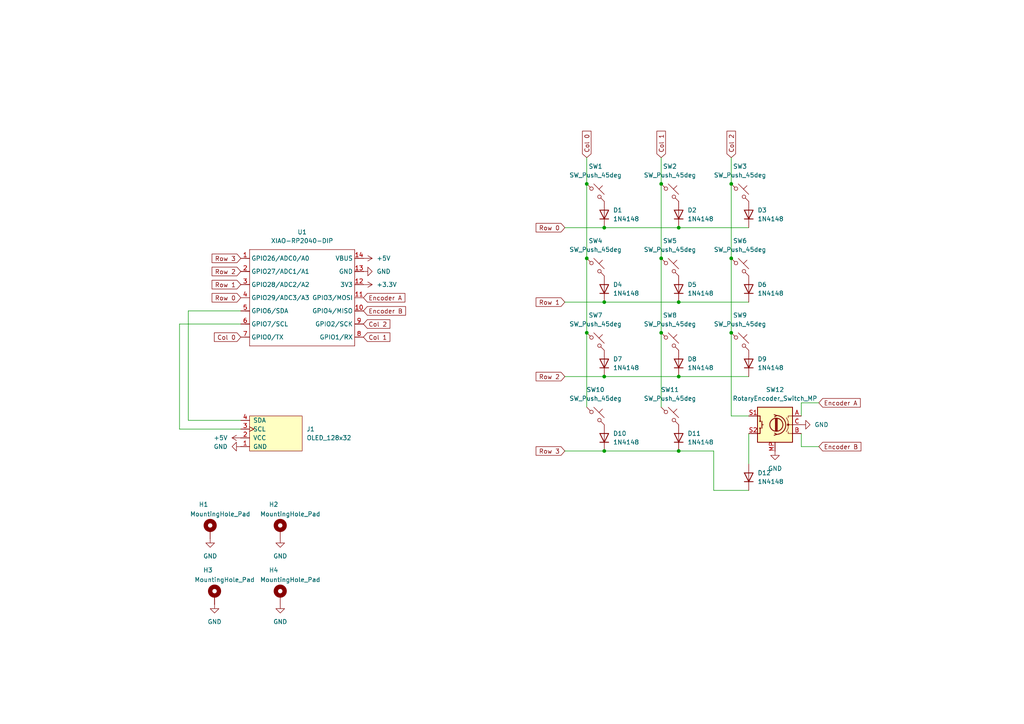
<source format=kicad_sch>
(kicad_sch (version 20250114) (generator "eeschema") (generator_version "9.0")
  (paper "A4")
  (lib_symbols
    (symbol "Device:RotaryEncoder_Switch_MP" (pin_names (offset 0.254) (hide yes))
      (property "Reference" "SW" (at 0 8.89 0))
      (property "Value" "RotaryEncoder_Switch_MP" (at 0 6.35 0))
      (symbol "RotaryEncoder_Switch_MP_0_1"
        (rectangle (start -5.08 5.08) (end 5.08 -5.08) (stroke (width 0.254)) (fill (type background)))
        (polyline (pts (xy -5.08 2.54) (xy -3.81 2.54) (xy -3.81 2.032)))
        (polyline (pts (xy -5.08 0) (xy -3.81 0) (xy -3.81 -1.016) (xy -3.302 -2.032)))
        (polyline (pts (xy -5.08 -2.54) (xy -3.81 -2.54) (xy -3.81 -2.032)))
        (polyline (pts (xy -4.318 0) (xy -3.81 0) (xy -3.81 1.016) (xy -3.302 2.032)))
        (circle (center -3.81 0) (radius 0.254) (fill (type outline)))
        (polyline (pts (xy -0.635 -1.778) (xy -0.635 1.778)) (stroke (width 0.254)))
        (circle (center -0.381 0) (radius 1.905) (stroke (width 0.254)))
        (polyline (pts (xy -0.381 -1.778) (xy -0.381 1.778)) (stroke (width 0.254)))
        (arc (start -0.381 -2.794) (mid -3.0988 -0.0635) (end -0.381 2.667) (stroke (width 0.254)))
        (polyline (pts (xy -0.127 1.778) (xy -0.127 -1.778)) (stroke (width 0.254)))
        (polyline (pts (xy 0.254 2.921) (xy -0.508 2.667) (xy 0.127 2.286)) (stroke (width 0.254)))
        (polyline (pts (xy 0.254 -3.048) (xy -0.508 -2.794) (xy 0.127 -2.413)) (stroke (width 0.254)))
        (polyline (pts (xy 3.81 1.016) (xy 3.81 -1.016)) (stroke (width 0.254)))
        (polyline (pts (xy 3.81 0) (xy 3.429 0)) (stroke (width 0.254)))
        (circle (center 4.318 1.016) (radius 0.127) (stroke (width 0.254)))
        (circle (center 4.318 -1.016) (radius 0.127) (stroke (width 0.254)))
        (polyline (pts (xy 5.08 2.54) (xy 4.318 2.54) (xy 4.318 1.016)) (stroke (width 0.254)))
        (polyline (pts (xy 5.08 -2.54) (xy 4.318 -2.54) (xy 4.318 -1.016)) (stroke (width 0.254)))
      )
      (symbol "RotaryEncoder_Switch_MP_1_1"
        (pin passive line (at -7.62 2.54 0) (length 2.54) (name "A") (number "A"))
        (pin passive line (at -7.62 0 0) (length 2.54) (name "C") (number "C"))
        (pin passive line (at -7.62 -2.54 0) (length 2.54) (name "B") (number "B"))
        (pin passive line (at 0 -7.62 90) (length 2.54) (name "MP") (number "MP"))
        (pin passive line (at 7.62 2.54 180) (length 2.54) (name "S1") (number "S1"))
        (pin passive line (at 7.62 -2.54 180) (length 2.54) (name "S2") (number "S2"))
      )
    )
    (symbol "Diode:1N4148" (pin_numbers (hide yes)) (pin_names (hide yes))
      (property "Reference" "D" (at 0 2.54 0))
      (property "Value" "1N4148" (at 0 -2.54 0))
      (symbol "1N4148_0_1"
        (polyline (pts (xy -1.27 1.27) (xy -1.27 -1.27)) (stroke (width 0.254)))
        (polyline (pts (xy 1.27 1.27) (xy 1.27 -1.27) (xy -1.27 0) (xy 1.27 1.27)) (stroke (width 0.254)))
        (polyline (pts (xy 1.27 0) (xy -1.27 0)))
      )
      (symbol "1N4148_1_1"
        (pin passive line (at -3.81 0 0) (length 2.54) (name "K") (number "1"))
        (pin passive line (at 3.81 0 180) (length 2.54) (name "A") (number "2"))
      )
    )
    (symbol "Mechanical:MountingHole_Pad" (pin_numbers (hide yes)) (pin_names (offset 1.016) (hide yes)) (in_bom no)
      (property "Reference" "H" (at 0 6.35 0))
      (property "Value" "MountingHole_Pad" (at 0 4.445 0))
      (symbol "MountingHole_Pad_0_1"
        (circle (center 0 1.27) (radius 1.27) (stroke (width 1.27)))
      )
      (symbol "MountingHole_Pad_1_1"
        (pin input line (at 0 -2.54 90) (length 2.54) (name "1") (number "1"))
      )
    )
    (symbol "Scotto_Lib:OLED_128x32" (pin_names (offset 1.016))
      (property "Reference" "J" (at 0 -6.35 0))
      (property "Value" "OLED_128x32" (at 0 6.35 0))
      (symbol "OLED_128x32_0_1"
        (rectangle (start 0 5.08) (end 15.24 -5.08) (fill (type background)))
      )
      (symbol "OLED_128x32_1_1"
        (pin bidirectional line (at -2.54 3.81 0) (length 2.54) (name "SDA") (number "4"))
        (pin input clock (at -2.54 1.27 0) (length 2.54) (name "SCL") (number "3"))
        (pin power_in line (at -2.54 -1.27 0) (length 2.54) (name "VCC") (number "2"))
        (pin power_in line (at -2.54 -3.81 0) (length 2.54) (name "GND") (number "1"))
      )
    )
    (symbol "Switch:SW_Push_45deg" (pin_numbers (hide yes)) (pin_names (offset 1.016) (hide yes))
      (property "Reference" "SW" (at 3.048 1.016 0))
      (property "Value" "SW_Push_45deg" (at 0 -3.81 0))
      (symbol "SW_Push_45deg_0_1"
        (polyline (pts (xy -2.54 2.54) (xy -1.524 1.524) (xy -1.524 1.524)))
        (circle (center -1.1684 1.1684) (radius 0.508))
        (polyline (pts (xy -0.508 2.54) (xy 2.54 -0.508)))
        (polyline (pts (xy 1.016 1.016) (xy 2.032 2.032)))
        (circle (center 1.143 -1.1938) (radius 0.508))
        (polyline (pts (xy 1.524 -1.524) (xy 2.54 -2.54) (xy 2.54 -2.54) (xy 2.54 -2.54)))
        (pin passive line (at -2.54 2.54 0) (length 0) (name "1") (number "1"))
        (pin passive line (at 2.54 -2.54 180) (length 0) (name "2") (number "2"))
      )
    )
    (symbol "opl:XIAO-RP2040-DIP"
      (property "Reference" "U" (at 0 0 0))
      (property "Value" "XIAO-RP2040-DIP" (at 5.334 -1.778 0))
      (symbol "XIAO-RP2040-DIP_1_0"
        (polyline (pts (xy -1.27 -2.54) (xy 29.21 -2.54)) (stroke (width 0.1524)))
        (polyline (pts (xy -1.27 -5.08) (xy -2.54 -5.08)) (stroke (width 0.1524)))
        (polyline (pts (xy -1.27 -5.08) (xy -1.27 -2.54)) (stroke (width 0.1524)))
        (polyline (pts (xy -1.27 -8.89) (xy -2.54 -8.89)) (stroke (width 0.1524)))
        (polyline (pts (xy -1.27 -8.89) (xy -1.27 -5.08)) (stroke (width 0.1524)))
        (polyline (pts (xy -1.27 -12.7) (xy -2.54 -12.7)) (stroke (width 0.1524)))
        (polyline (pts (xy -1.27 -12.7) (xy -1.27 -8.89)) (stroke (width 0.1524)))
        (polyline (pts (xy -1.27 -16.51) (xy -2.54 -16.51)) (stroke (width 0.1524)))
        (polyline (pts (xy -1.27 -16.51) (xy -1.27 -12.7)) (stroke (width 0.1524)))
        (polyline (pts (xy -1.27 -20.32) (xy -2.54 -20.32)) (stroke (width 0.1524)))
        (polyline (pts (xy -1.27 -24.13) (xy -2.54 -24.13)) (stroke (width 0.1524)))
        (polyline (pts (xy -1.27 -27.94) (xy -2.54 -27.94)) (stroke (width 0.1524)))
        (polyline (pts (xy -1.27 -30.48) (xy -1.27 -16.51)) (stroke (width 0.1524)))
        (polyline (pts (xy 29.21 -2.54) (xy 29.21 -5.08)) (stroke (width 0.1524)))
        (polyline (pts (xy 29.21 -5.08) (xy 29.21 -8.89)) (stroke (width 0.1524)))
        (polyline (pts (xy 29.21 -8.89) (xy 29.21 -12.7)) (stroke (width 0.1524)))
        (polyline (pts (xy 29.21 -12.7) (xy 29.21 -30.48)) (stroke (width 0.1524)))
        (polyline (pts (xy 29.21 -30.48) (xy -1.27 -30.48)) (stroke (width 0.1524)))
        (polyline (pts (xy 30.48 -5.08) (xy 29.21 -5.08)) (stroke (width 0.1524)))
        (polyline (pts (xy 30.48 -8.89) (xy 29.21 -8.89)) (stroke (width 0.1524)))
        (polyline (pts (xy 30.48 -12.7) (xy 29.21 -12.7)) (stroke (width 0.1524)))
        (polyline (pts (xy 30.48 -16.51) (xy 29.21 -16.51)) (stroke (width 0.1524)))
        (polyline (pts (xy 30.48 -20.32) (xy 29.21 -20.32)) (stroke (width 0.1524)))
        (polyline (pts (xy 30.48 -24.13) (xy 29.21 -24.13)) (stroke (width 0.1524)))
        (polyline (pts (xy 30.48 -27.94) (xy 29.21 -27.94)) (stroke (width 0.1524)))
        (pin passive line (at -3.81 -5.08 0) (length 2.54) (name "GPIO26/ADC0/A0") (number "1"))
        (pin passive line (at -3.81 -8.89 0) (length 2.54) (name "GPIO27/ADC1/A1") (number "2"))
        (pin passive line (at -3.81 -12.7 0) (length 2.54) (name "GPIO28/ADC2/A2") (number "3"))
        (pin passive line (at -3.81 -16.51 0) (length 2.54) (name "GPIO29/ADC3/A3") (number "4"))
        (pin passive line (at -3.81 -20.32 0) (length 2.54) (name "GPIO6/SDA") (number "5"))
        (pin passive line (at -3.81 -24.13 0) (length 2.54) (name "GPIO7/SCL") (number "6"))
        (pin passive line (at -3.81 -27.94 0) (length 2.54) (name "GPIO0/TX") (number "7"))
        (pin passive line (at 31.75 -5.08 180) (length 2.54) (name "VBUS") (number "14"))
        (pin passive line (at 31.75 -8.89 180) (length 2.54) (name "GND") (number "13"))
        (pin passive line (at 31.75 -12.7 180) (length 2.54) (name "3V3") (number "12"))
        (pin passive line (at 31.75 -16.51 180) (length 2.54) (name "GPIO3/MOSI") (number "11"))
        (pin passive line (at 31.75 -20.32 180) (length 2.54) (name "GPIO4/MISO") (number "10"))
        (pin passive line (at 31.75 -24.13 180) (length 2.54) (name "GPIO2/SCK") (number "9"))
        (pin passive line (at 31.75 -27.94 180) (length 2.54) (name "GPIO1/RX") (number "8"))
      )
    )
    (symbol "power:+3.3V" (power) (pin_numbers (hide yes)) (pin_names (offset 0) (hide yes))
      (property "Value" "+3.3V" (at 0 3.556 0))
      (symbol "+3.3V_0_1"
        (polyline (pts (xy -0.762 1.27) (xy 0 2.54)))
        (polyline (pts (xy 0 2.54) (xy 0.762 1.27)))
        (polyline (pts (xy 0 0) (xy 0 2.54)))
      )
      (symbol "+3.3V_1_1"
        (pin power_in line (at 0 0 90) (length 0) (name "~") (number "1"))
      )
    )
    (symbol "power:+5V" (power) (pin_numbers (hide yes)) (pin_names (offset 0) (hide yes))
      (property "Value" "+5V" (at 0 3.556 0))
      (symbol "+5V_0_1"
        (polyline (pts (xy -0.762 1.27) (xy 0 2.54)))
        (polyline (pts (xy 0 2.54) (xy 0.762 1.27)))
        (polyline (pts (xy 0 0) (xy 0 2.54)))
      )
      (symbol "+5V_1_1"
        (pin power_in line (at 0 0 90) (length 0) (name "~") (number "1"))
      )
    )
    (symbol "power:GND" (power) (pin_numbers (hide yes)) (pin_names (offset 0) (hide yes))
      (property "Value" "GND" (at 0 -3.81 0))
      (symbol "GND_0_1"
        (polyline (pts (xy 0 0) (xy 0 -1.27) (xy 1.27 -1.27) (xy 0 -2.54) (xy -1.27 -1.27) (xy 0 -1.27)))
      )
      (symbol "GND_1_1"
        (pin power_in line (at 0 0 270) (length 0) (name "~") (number "1"))
      )
    )
  )
  (junction (at 196.85 66.04))
  (junction (at 191.77 74.93))
  (junction (at 196.85 109.22))
  (junction (at 170.18 53.34))
  (junction (at 212.09 74.93))
  (junction (at 175.26 130.81))
  (junction (at 175.26 87.63))
  (junction (at 196.85 87.63))
  (junction (at 196.85 130.81))
  (junction (at 175.26 109.22))
  (junction (at 212.09 96.52))
  (junction (at 191.77 96.52))
  (junction (at 175.26 66.04))
  (junction (at 212.09 53.34))
  (junction (at 191.77 53.34))
  (junction (at 170.18 96.52))
  (junction (at 170.18 74.93))
  (wire (pts (xy 170.18 53.34) (xy 170.18 74.93)))
  (wire (pts (xy 207.01 142.24) (xy 217.17 142.24)))
  (wire (pts (xy 212.09 74.93) (xy 212.09 96.52)))
  (wire (pts (xy 191.77 74.93) (xy 191.77 96.52)))
  (wire (pts (xy 217.17 125.73) (xy 217.17 134.62)))
  (wire (pts (xy 170.18 74.93) (xy 170.18 96.52)))
  (wire (pts (xy 163.83 66.04) (xy 175.26 66.04)))
  (wire (pts (xy 54.61 90.17) (xy 69.85 90.17)))
  (wire (pts (xy 191.77 96.52) (xy 191.77 118.11)))
  (wire (pts (xy 212.09 45.72) (xy 212.09 53.34)))
  (wire (pts (xy 237.49 116.84) (xy 232.41 116.84)))
  (wire (pts (xy 207.01 130.81) (xy 196.85 130.81)))
  (wire (pts (xy 232.41 116.84) (xy 232.41 120.65)))
  (wire (pts (xy 196.85 109.22) (xy 217.17 109.22)))
  (wire (pts (xy 52.07 93.98) (xy 69.85 93.98)))
  (wire (pts (xy 163.83 87.63) (xy 175.26 87.63)))
  (wire (pts (xy 52.07 93.98) (xy 52.07 124.46)))
  (wire (pts (xy 175.26 109.22) (xy 196.85 109.22)))
  (wire (pts (xy 170.18 45.72) (xy 170.18 53.34)))
  (wire (pts (xy 212.09 53.34) (xy 212.09 74.93)))
  (wire (pts (xy 196.85 87.63) (xy 217.17 87.63)))
  (wire (pts (xy 54.61 121.92) (xy 69.85 121.92)))
  (wire (pts (xy 175.26 66.04) (xy 196.85 66.04)))
  (wire (pts (xy 212.09 120.65) (xy 217.17 120.65)))
  (wire (pts (xy 191.77 45.72) (xy 191.77 53.34)))
  (wire (pts (xy 54.61 90.17) (xy 54.61 121.92)))
  (wire (pts (xy 207.01 130.81) (xy 207.01 142.24)))
  (wire (pts (xy 191.77 53.34) (xy 191.77 74.93)))
  (wire (pts (xy 212.09 96.52) (xy 212.09 120.65)))
  (wire (pts (xy 232.41 129.54) (xy 232.41 125.73)))
  (wire (pts (xy 237.49 129.54) (xy 232.41 129.54)))
  (wire (pts (xy 170.18 96.52) (xy 170.18 118.11)))
  (wire (pts (xy 196.85 66.04) (xy 217.17 66.04)))
  (wire (pts (xy 175.26 87.63) (xy 196.85 87.63)))
  (wire (pts (xy 52.07 124.46) (xy 69.85 124.46)))
  (wire (pts (xy 163.83 130.81) (xy 175.26 130.81)))
  (wire (pts (xy 163.83 109.22) (xy 175.26 109.22)))
  (wire (pts (xy 175.26 130.81) (xy 196.85 130.81)))
  (global_label "Encoder B" (shape input) (at 237.49 129.54 0) (property "Intersheetrefs" "${INTERSHEET_REFS}" (effects (hide yes))))
  (global_label "Row 0" (shape input) (at 69.85 86.36 180) (property "Intersheetrefs" "${INTERSHEET_REFS}" (effects (hide yes))))
  (global_label "Encoder B" (shape input) (at 105.41 90.17 0) (property "Intersheetrefs" "${INTERSHEET_REFS}" (effects (hide yes))))
  (global_label "Encoder A" (shape input) (at 105.41 86.36 0) (property "Intersheetrefs" "${INTERSHEET_REFS}" (effects (hide yes))))
  (global_label "Col 2" (shape input) (at 105.41 93.98 0) (property "Intersheetrefs" "${INTERSHEET_REFS}" (effects (hide yes))))
  (global_label "Col 0" (shape input) (at 69.85 97.79 180) (property "Intersheetrefs" "${INTERSHEET_REFS}" (effects (hide yes))))
  (global_label "Row 0" (shape input) (at 163.83 66.04 180) (property "Intersheetrefs" "${INTERSHEET_REFS}" (effects (hide yes))))
  (global_label "Row 1" (shape input) (at 69.85 82.55 180) (property "Intersheetrefs" "${INTERSHEET_REFS}" (effects (hide yes))))
  (global_label "Row 1" (shape input) (at 163.83 87.63 180) (property "Intersheetrefs" "${INTERSHEET_REFS}" (effects (hide yes))))
  (global_label "Col 0" (shape input) (at 170.18 45.72 90) (property "Intersheetrefs" "${INTERSHEET_REFS}" (effects (hide yes))))
  (global_label "Row 3" (shape input) (at 69.85 74.93 180) (property "Intersheetrefs" "${INTERSHEET_REFS}" (effects (hide yes))))
  (global_label "Col 1" (shape input) (at 191.77 45.72 90) (property "Intersheetrefs" "${INTERSHEET_REFS}" (effects (hide yes))))
  (global_label "Row 3" (shape input) (at 163.83 130.81 180) (property "Intersheetrefs" "${INTERSHEET_REFS}" (effects (hide yes))))
  (global_label "Row 2" (shape input) (at 163.83 109.22 180) (property "Intersheetrefs" "${INTERSHEET_REFS}" (effects (hide yes))))
  (global_label "Encoder A" (shape input) (at 237.49 116.84 0) (property "Intersheetrefs" "${INTERSHEET_REFS}" (effects (hide yes))))
  (global_label "Col 2" (shape input) (at 212.09 45.72 90) (property "Intersheetrefs" "${INTERSHEET_REFS}" (effects (hide yes))))
  (global_label "Col 1" (shape input) (at 105.41 97.79 0) (property "Intersheetrefs" "${INTERSHEET_REFS}" (effects (hide yes))))
  (global_label "Row 2" (shape input) (at 69.85 78.74 180) (property "Intersheetrefs" "${INTERSHEET_REFS}" (effects (hide yes))))
  (symbol (lib_id "Switch:SW_Push_45deg") (at 214.63 77.47 0) (unit 1)
    (property "Reference" "SW6" (at 214.63 69.85 0))
    (property "Value" "SW_Push_45deg" (at 214.63 72.39 0))
    (property "Footprint" "Scotto_Lib_MX:MX_PCB_1.00u" (effects (hide yes)))
    (property "Description" "Push button switch, normally open, two pins, 45° tilted" (effects (hide yes)))
  )
  (symbol (lib_id "power:GND") (at 69.85 129.54 270) (unit 1)
    (property "Reference" "#PWR05" (effects (hide yes)))
    (property "Value" "GND" (at 66.04 129.5399 90) (effects (justify right)))
    (property "Description" "Power symbol creates a global label with name \"GND\" , ground" (effects (hide yes)))
  )
  (symbol (lib_id "Diode:1N4148") (at 175.26 83.82 90) (unit 1)
    (property "Reference" "D4" (at 177.8 82.5499 90) (effects (justify right)))
    (property "Value" "1N4148" (at 177.8 85.0899 90) (effects (justify right)))
    (property "Footprint" "Diode_THT:D_DO-35_SOD27_P7.62mm_Horizontal" (effects (hide yes)))
    (property "Datasheet" "https://assets.nexperia.com/documents/data-sheet/1N4148_1N4448.pdf" (effects (hide yes)))
    (property "Description" "100V 0.15A standard switching diode, DO-35" (effects (hide yes)))
    (property "Sim.Device" "D" (effects (hide yes)))
    (property "Sim.Pins" "1=K 2=A" (effects (hide yes)))
  )
  (symbol (lib_id "Diode:1N4148") (at 217.17 105.41 90) (unit 1)
    (property "Reference" "D9" (at 219.71 104.1399 90) (effects (justify right)))
    (property "Value" "1N4148" (at 219.71 106.6799 90) (effects (justify right)))
    (property "Footprint" "Diode_THT:D_DO-35_SOD27_P7.62mm_Horizontal" (effects (hide yes)))
    (property "Datasheet" "https://assets.nexperia.com/documents/data-sheet/1N4148_1N4448.pdf" (effects (hide yes)))
    (property "Description" "100V 0.15A standard switching diode, DO-35" (effects (hide yes)))
    (property "Sim.Device" "D" (effects (hide yes)))
    (property "Sim.Pins" "1=K 2=A" (effects (hide yes)))
  )
  (symbol (lib_id "Device:RotaryEncoder_Switch_MP") (at 224.79 123.19 0) (mirror y) (unit 1)
    (property "Reference" "SW12" (at 224.79 113.03 0))
    (property "Value" "RotaryEncoder_Switch_MP" (at 224.79 115.57 0))
    (property "Footprint" "Alps_Encoder:RotaryEncoder_Alps_EC11E-Switch_Vertical_H20mm" (effects (hide yes)))
    (property "Description" "Rotary encoder, dual channel, incremental quadrate outputs, with switch and MP Pin" (effects (hide yes)))
  )
  (symbol (lib_id "Diode:1N4148") (at 196.85 83.82 90) (unit 1)
    (property "Reference" "D5" (at 199.39 82.5499 90) (effects (justify right)))
    (property "Value" "1N4148" (at 199.39 85.0899 90) (effects (justify right)))
    (property "Footprint" "Diode_THT:D_DO-35_SOD27_P7.62mm_Horizontal" (effects (hide yes)))
    (property "Datasheet" "https://assets.nexperia.com/documents/data-sheet/1N4148_1N4448.pdf" (effects (hide yes)))
    (property "Description" "100V 0.15A standard switching diode, DO-35" (effects (hide yes)))
    (property "Sim.Device" "D" (effects (hide yes)))
    (property "Sim.Pins" "1=K 2=A" (effects (hide yes)))
  )
  (symbol (lib_id "Mechanical:MountingHole_Pad") (at 62.23 172.72 0) (unit 1) (in_bom no)
    (property "Reference" "H3" (at 58.928 165.354 0) (effects (justify left)))
    (property "Value" "MountingHole_Pad" (at 56.388 168.148 0) (effects (justify left)))
    (property "Footprint" "MountingHole:MountingHole_3.2mm_M3_DIN965_Pad" (effects (hide yes)))
    (property "Description" "Mounting Hole with connection" (effects (hide yes)))
  )
  (symbol (lib_id "power:GND") (at 105.41 78.74 90) (unit 1)
    (property "Reference" "#PWR02" (effects (hide yes)))
    (property "Value" "GND" (at 109.22 78.7399 90) (effects (justify right)))
    (property "Description" "Power symbol creates a global label with name \"GND\" , ground" (effects (hide yes)))
  )
  (symbol (lib_id "Scotto_Lib:OLED_128x32") (at 72.39 125.73 0) (unit 1)
    (property "Reference" "J1" (at 88.9 124.4599 0) (effects (justify left)))
    (property "Value" "OLED_128x32" (at 88.9 126.9999 0) (effects (justify left)))
    (property "Footprint" "Scotto_Lib_Components:OLED_128x32" (effects (hide yes)))
  )
  (symbol (lib_id "power:+5V") (at 105.41 74.93 270) (unit 1)
    (property "Reference" "#PWR03" (effects (hide yes)))
    (property "Value" "+5V" (at 109.22 74.9299 90) (effects (justify left)))
    (property "Description" "Power symbol creates a global label with name \"+5V\"" (effects (hide yes)))
  )
  (symbol (lib_id "Switch:SW_Push_45deg") (at 194.31 120.65 0) (unit 1)
    (property "Reference" "SW11" (at 194.31 113.03 0))
    (property "Value" "SW_Push_45deg" (at 194.31 115.57 0))
    (property "Footprint" "Scotto_Lib_MX:MX_PCB_1.50u" (effects (hide yes)))
    (property "Description" "Push button switch, normally open, two pins, 45° tilted" (effects (hide yes)))
  )
  (symbol (lib_id "opl:XIAO-RP2040-DIP") (at 73.66 69.85 0) (unit 1)
    (property "Reference" "U1" (at 87.63 67.31 0))
    (property "Value" "XIAO-RP2040-DIP" (at 87.63 69.85 0))
    (property "Footprint" "OPL_footprint:XIAO-RP2040-DIP" (effects (hide yes)))
  )
  (symbol (lib_id "power:+3.3V") (at 105.41 82.55 270) (unit 1)
    (property "Reference" "#PWR01" (effects (hide yes)))
    (property "Value" "+3.3V" (at 109.22 82.5499 90) (effects (justify left)))
    (property "Description" "Power symbol creates a global label with name \"+3.3V\"" (effects (hide yes)))
  )
  (symbol (lib_id "Diode:1N4148") (at 217.17 62.23 90) (unit 1)
    (property "Reference" "D3" (at 219.71 60.9599 90) (effects (justify right)))
    (property "Value" "1N4148" (at 219.71 63.4999 90) (effects (justify right)))
    (property "Footprint" "Diode_THT:D_DO-35_SOD27_P7.62mm_Horizontal" (effects (hide yes)))
    (property "Datasheet" "https://assets.nexperia.com/documents/data-sheet/1N4148_1N4448.pdf" (effects (hide yes)))
    (property "Description" "100V 0.15A standard switching diode, DO-35" (effects (hide yes)))
    (property "Sim.Device" "D" (effects (hide yes)))
    (property "Sim.Pins" "1=K 2=A" (effects (hide yes)))
  )
  (symbol (lib_id "Switch:SW_Push_45deg") (at 172.72 55.88 0) (unit 1)
    (property "Reference" "SW1" (at 172.72 48.26 0))
    (property "Value" "SW_Push_45deg" (at 172.72 50.8 0))
    (property "Footprint" "Scotto_Lib_MX:MX_PCB_1.00u" (effects (hide yes)))
    (property "Description" "Push button switch, normally open, two pins, 45° tilted" (effects (hide yes)))
  )
  (symbol (lib_id "power:GND") (at 232.41 123.19 90) (unit 1)
    (property "Reference" "#PWR04" (effects (hide yes)))
    (property "Value" "GND" (at 236.22 123.1899 90) (effects (justify right)))
    (property "Description" "Power symbol creates a global label with name \"GND\" , ground" (effects (hide yes)))
  )
  (symbol (lib_id "Diode:1N4148") (at 217.17 83.82 90) (unit 1)
    (property "Reference" "D6" (at 219.71 82.5499 90) (effects (justify right)))
    (property "Value" "1N4148" (at 219.71 85.0899 90) (effects (justify right)))
    (property "Footprint" "Diode_THT:D_DO-35_SOD27_P7.62mm_Horizontal" (effects (hide yes)))
    (property "Datasheet" "https://assets.nexperia.com/documents/data-sheet/1N4148_1N4448.pdf" (effects (hide yes)))
    (property "Description" "100V 0.15A standard switching diode, DO-35" (effects (hide yes)))
    (property "Sim.Device" "D" (effects (hide yes)))
    (property "Sim.Pins" "1=K 2=A" (effects (hide yes)))
  )
  (symbol (lib_id "power:GND") (at 81.28 156.21 0) (unit 1)
    (property "Reference" "#PWR09" (effects (hide yes)))
    (property "Value" "GND" (at 81.28 161.29 0))
    (property "Description" "Power symbol creates a global label with name \"GND\" , ground" (effects (hide yes)))
  )
  (symbol (lib_id "Mechanical:MountingHole_Pad") (at 81.28 172.72 0) (unit 1) (in_bom no)
    (property "Reference" "H4" (at 77.978 165.354 0) (effects (justify left)))
    (property "Value" "MountingHole_Pad" (at 75.438 168.148 0) (effects (justify left)))
    (property "Footprint" "MountingHole:MountingHole_3.2mm_M3_DIN965_Pad" (effects (hide yes)))
    (property "Description" "Mounting Hole with connection" (effects (hide yes)))
  )
  (symbol (lib_id "power:GND") (at 60.96 156.21 0) (unit 1)
    (property "Reference" "#PWR08" (effects (hide yes)))
    (property "Value" "GND" (at 60.96 161.29 0))
    (property "Description" "Power symbol creates a global label with name \"GND\" , ground" (effects (hide yes)))
  )
  (symbol (lib_id "Switch:SW_Push_45deg") (at 194.31 99.06 0) (unit 1)
    (property "Reference" "SW8" (at 194.31 91.44 0))
    (property "Value" "SW_Push_45deg" (at 194.31 93.98 0))
    (property "Footprint" "Scotto_Lib_MX:MX_PCB_1.00u" (effects (hide yes)))
    (property "Description" "Push button switch, normally open, two pins, 45° tilted" (effects (hide yes)))
  )
  (symbol (lib_id "Switch:SW_Push_45deg") (at 194.31 77.47 0) (unit 1)
    (property "Reference" "SW5" (at 194.31 69.85 0))
    (property "Value" "SW_Push_45deg" (at 194.31 72.39 0))
    (property "Footprint" "Scotto_Lib_MX:MX_PCB_1.00u" (effects (hide yes)))
    (property "Description" "Push button switch, normally open, two pins, 45° tilted" (effects (hide yes)))
  )
  (symbol (lib_id "Switch:SW_Push_45deg") (at 194.31 55.88 0) (unit 1)
    (property "Reference" "SW2" (at 194.31 48.26 0))
    (property "Value" "SW_Push_45deg" (at 194.31 50.8 0))
    (property "Footprint" "Scotto_Lib_MX:MX_PCB_1.00u" (effects (hide yes)))
    (property "Description" "Push button switch, normally open, two pins, 45° tilted" (effects (hide yes)))
  )
  (symbol (lib_id "Switch:SW_Push_45deg") (at 214.63 55.88 0) (unit 1)
    (property "Reference" "SW3" (at 214.63 48.26 0))
    (property "Value" "SW_Push_45deg" (at 214.63 50.8 0))
    (property "Footprint" "Scotto_Lib_MX:MX_PCB_1.00u" (effects (hide yes)))
    (property "Description" "Push button switch, normally open, two pins, 45° tilted" (effects (hide yes)))
  )
  (symbol (lib_id "Switch:SW_Push_45deg") (at 172.72 99.06 0) (unit 1)
    (property "Reference" "SW7" (at 172.72 91.44 0))
    (property "Value" "SW_Push_45deg" (at 172.72 93.98 0))
    (property "Footprint" "Scotto_Lib_MX:MX_PCB_1.00u" (effects (hide yes)))
    (property "Description" "Push button switch, normally open, two pins, 45° tilted" (effects (hide yes)))
  )
  (symbol (lib_id "Diode:1N4148") (at 217.17 138.43 90) (unit 1)
    (property "Reference" "D12" (at 219.71 137.1599 90) (effects (justify right)))
    (property "Value" "1N4148" (at 219.71 139.6999 90) (effects (justify right)))
    (property "Footprint" "Diode_THT:D_DO-35_SOD27_P7.62mm_Horizontal" (effects (hide yes)))
    (property "Datasheet" "https://assets.nexperia.com/documents/data-sheet/1N4148_1N4448.pdf" (effects (hide yes)))
    (property "Description" "100V 0.15A standard switching diode, DO-35" (effects (hide yes)))
    (property "Sim.Device" "D" (effects (hide yes)))
    (property "Sim.Pins" "1=K 2=A" (effects (hide yes)))
  )
  (symbol (lib_id "Diode:1N4148") (at 196.85 127 90) (unit 1)
    (property "Reference" "D11" (at 199.39 125.7299 90) (effects (justify right)))
    (property "Value" "1N4148" (at 199.39 128.2699 90) (effects (justify right)))
    (property "Footprint" "Diode_THT:D_DO-35_SOD27_P7.62mm_Horizontal" (effects (hide yes)))
    (property "Datasheet" "https://assets.nexperia.com/documents/data-sheet/1N4148_1N4448.pdf" (effects (hide yes)))
    (property "Description" "100V 0.15A standard switching diode, DO-35" (effects (hide yes)))
    (property "Sim.Device" "D" (effects (hide yes)))
    (property "Sim.Pins" "1=K 2=A" (effects (hide yes)))
  )
  (symbol (lib_id "power:GND") (at 62.23 175.26 0) (unit 1)
    (property "Reference" "#PWR010" (effects (hide yes)))
    (property "Value" "GND" (at 62.23 180.34 0))
    (property "Description" "Power symbol creates a global label with name \"GND\" , ground" (effects (hide yes)))
  )
  (symbol (lib_id "Diode:1N4148") (at 175.26 105.41 90) (unit 1)
    (property "Reference" "D7" (at 177.8 104.1399 90) (effects (justify right)))
    (property "Value" "1N4148" (at 177.8 106.6799 90) (effects (justify right)))
    (property "Footprint" "Diode_THT:D_DO-35_SOD27_P7.62mm_Horizontal" (effects (hide yes)))
    (property "Datasheet" "https://assets.nexperia.com/documents/data-sheet/1N4148_1N4448.pdf" (effects (hide yes)))
    (property "Description" "100V 0.15A standard switching diode, DO-35" (effects (hide yes)))
    (property "Sim.Device" "D" (effects (hide yes)))
    (property "Sim.Pins" "1=K 2=A" (effects (hide yes)))
  )
  (symbol (lib_id "Switch:SW_Push_45deg") (at 172.72 77.47 0) (unit 1)
    (property "Reference" "SW4" (at 172.72 69.85 0))
    (property "Value" "SW_Push_45deg" (at 172.72 72.39 0))
    (property "Footprint" "Scotto_Lib_MX:MX_PCB_1.00u" (effects (hide yes)))
    (property "Description" "Push button switch, normally open, two pins, 45° tilted" (effects (hide yes)))
  )
  (symbol (lib_id "Switch:SW_Push_45deg") (at 172.72 120.65 0) (unit 1)
    (property "Reference" "SW10" (at 172.72 113.03 0))
    (property "Value" "SW_Push_45deg" (at 172.72 115.57 0))
    (property "Footprint" "Scotto_Lib_MX:MX_PCB_1.50u" (effects (hide yes)))
    (property "Description" "Push button switch, normally open, two pins, 45° tilted" (effects (hide yes)))
  )
  (symbol (lib_id "power:GND") (at 81.28 175.26 0) (unit 1)
    (property "Reference" "#PWR011" (effects (hide yes)))
    (property "Value" "GND" (at 81.28 180.34 0))
    (property "Description" "Power symbol creates a global label with name \"GND\" , ground" (effects (hide yes)))
  )
  (symbol (lib_id "Switch:SW_Push_45deg") (at 214.63 99.06 0) (unit 1)
    (property "Reference" "SW9" (at 214.63 91.44 0))
    (property "Value" "SW_Push_45deg" (at 214.63 93.98 0))
    (property "Footprint" "Scotto_Lib_MX:MX_PCB_1.00u" (effects (hide yes)))
    (property "Description" "Push button switch, normally open, two pins, 45° tilted" (effects (hide yes)))
  )
  (symbol (lib_id "Mechanical:MountingHole_Pad") (at 81.28 153.67 0) (unit 1) (in_bom no)
    (property "Reference" "H2" (at 77.978 146.304 0) (effects (justify left)))
    (property "Value" "MountingHole_Pad" (at 75.438 149.098 0) (effects (justify left)))
    (property "Footprint" "MountingHole:MountingHole_3.2mm_M3_DIN965_Pad" (effects (hide yes)))
    (property "Description" "Mounting Hole with connection" (effects (hide yes)))
  )
  (symbol (lib_id "Diode:1N4148") (at 175.26 127 90) (unit 1)
    (property "Reference" "D10" (at 177.8 125.7299 90) (effects (justify right)))
    (property "Value" "1N4148" (at 177.8 128.2699 90) (effects (justify right)))
    (property "Footprint" "Diode_THT:D_DO-35_SOD27_P7.62mm_Horizontal" (effects (hide yes)))
    (property "Datasheet" "https://assets.nexperia.com/documents/data-sheet/1N4148_1N4448.pdf" (effects (hide yes)))
    (property "Description" "100V 0.15A standard switching diode, DO-35" (effects (hide yes)))
    (property "Sim.Device" "D" (effects (hide yes)))
    (property "Sim.Pins" "1=K 2=A" (effects (hide yes)))
  )
  (symbol (lib_id "power:GND") (at 224.79 130.81 0) (unit 1)
    (property "Reference" "#PWR07" (effects (hide yes)))
    (property "Value" "GND" (at 224.79 135.89 0))
    (property "Description" "Power symbol creates a global label with name \"GND\" , ground" (effects (hide yes)))
  )
  (symbol (lib_id "power:+5V") (at 69.85 127 90) (unit 1)
    (property "Reference" "#PWR06" (effects (hide yes)))
    (property "Value" "+5V" (at 66.04 126.9999 90) (effects (justify left)))
    (property "Description" "Power symbol creates a global label with name \"+5V\"" (effects (hide yes)))
  )
  (symbol (lib_id "Diode:1N4148") (at 196.85 62.23 90) (unit 1)
    (property "Reference" "D2" (at 199.39 60.9599 90) (effects (justify right)))
    (property "Value" "1N4148" (at 199.39 63.4999 90) (effects (justify right)))
    (property "Footprint" "Diode_THT:D_DO-35_SOD27_P7.62mm_Horizontal" (effects (hide yes)))
    (property "Datasheet" "https://assets.nexperia.com/documents/data-sheet/1N4148_1N4448.pdf" (effects (hide yes)))
    (property "Description" "100V 0.15A standard switching diode, DO-35" (effects (hide yes)))
    (property "Sim.Device" "D" (effects (hide yes)))
    (property "Sim.Pins" "1=K 2=A" (effects (hide yes)))
  )
  (symbol (lib_id "Diode:1N4148") (at 175.26 62.23 90) (unit 1)
    (property "Reference" "D1" (at 177.8 60.9599 90) (effects (justify right)))
    (property "Value" "1N4148" (at 177.8 63.4999 90) (effects (justify right)))
    (property "Footprint" "Diode_THT:D_DO-35_SOD27_P7.62mm_Horizontal" (effects (hide yes)))
    (property "Datasheet" "https://assets.nexperia.com/documents/data-sheet/1N4148_1N4448.pdf" (effects (hide yes)))
    (property "Description" "100V 0.15A standard switching diode, DO-35" (effects (hide yes)))
    (property "Sim.Device" "D" (effects (hide yes)))
    (property "Sim.Pins" "1=K 2=A" (effects (hide yes)))
  )
  (symbol (lib_id "Diode:1N4148") (at 196.85 105.41 90) (unit 1)
    (property "Reference" "D8" (at 199.39 104.1399 90) (effects (justify right)))
    (property "Value" "1N4148" (at 199.39 106.6799 90) (effects (justify right)))
    (property "Footprint" "Diode_THT:D_DO-35_SOD27_P7.62mm_Horizontal" (effects (hide yes)))
    (property "Datasheet" "https://assets.nexperia.com/documents/data-sheet/1N4148_1N4448.pdf" (effects (hide yes)))
    (property "Description" "100V 0.15A standard switching diode, DO-35" (effects (hide yes)))
    (property "Sim.Device" "D" (effects (hide yes)))
    (property "Sim.Pins" "1=K 2=A" (effects (hide yes)))
  )
  (symbol (lib_id "Mechanical:MountingHole_Pad") (at 60.96 153.67 0) (unit 1) (in_bom no)
    (property "Reference" "H1" (at 57.658 146.304 0) (effects (justify left)))
    (property "Value" "MountingHole_Pad" (at 55.118 149.098 0) (effects (justify left)))
    (property "Footprint" "MountingHole:MountingHole_3.2mm_M3_DIN965_Pad" (effects (hide yes)))
    (property "Description" "Mounting Hole with connection" (effects (hide yes)))
  )
)
</source>
